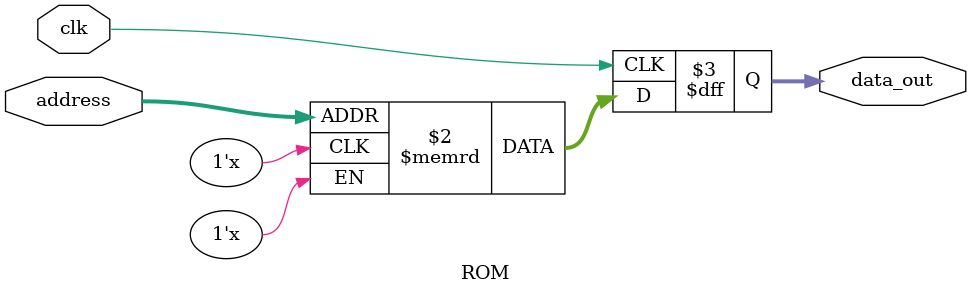
<source format=sv>
module ROM
		#(parameter WORD = 8, 
		  parameter SIZE_LOG = 12,
		  parameter SIZE = 2 ** SIZE_LOG)
		(input logic 						clk,
		 input logic [SIZE_LOG-1:0]	address,
		 output logic [WORD-1:0]		data_out
		);
	
	logic [WORD-1:0] ram [SIZE-1:0];
	
	always @(posedge clk) begin
		data_out <= ram[address];
	end
endmodule
</source>
